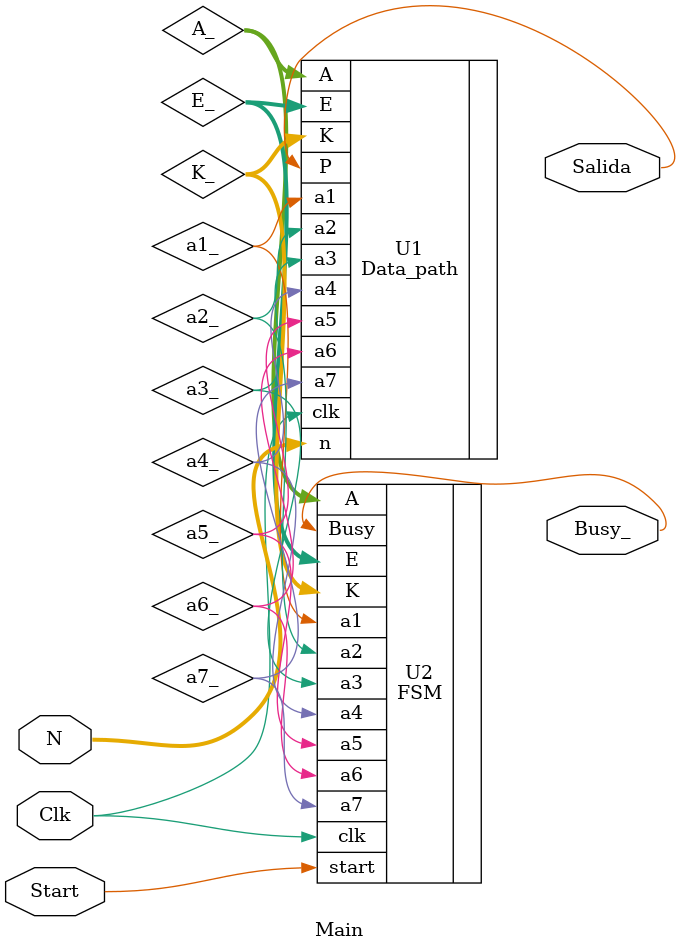
<source format=v>
`timescale 1ns / 1ps

module Main(
    input Clk,
    input [31:0] N,
    input Start,
    output Busy_,
    output Salida
    );
    
    wire a1_,a2_,a3_,a4_,a5_,a6_,a7_;
    wire [31:0] A_,E_,K_;
    
    Data_path U1 (
    
    .clk(Clk),
    .n(N),
    .a1(a1_),
    .a2(a2_),
    .a3(a3_),
    .a4(a4_),
    .a5(a5_),
    .a6(a6_),
    .a7(a7_),
    .A(A_),
    .P(Salida),
    .K(K_),
    .E(E_)
    
    );
    FSM U2 (
    
    .clk(Clk),
    .start(Start),
    .A(A_),
    .E(E_),
    .K(K_),
    .Busy(Busy_),
    .a1(a1_),
    .a2(a2_),
    .a3(a3_),
    .a4(a4_),
    .a5(a5_),
    .a6(a6_),
    .a7(a7_)
    
    );
    
endmodule

</source>
